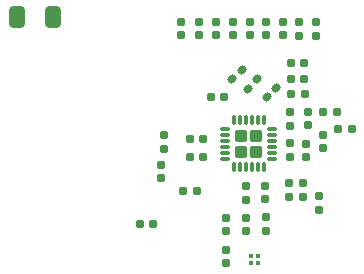
<source format=gtp>
G04 #@! TF.GenerationSoftware,KiCad,Pcbnew,7.0.1*
G04 #@! TF.CreationDate,2023-10-11T19:34:26-05:00*
G04 #@! TF.ProjectId,Tactile_Board,54616374-696c-4655-9f42-6f6172642e6b,1*
G04 #@! TF.SameCoordinates,Original*
G04 #@! TF.FileFunction,Paste,Top*
G04 #@! TF.FilePolarity,Positive*
%FSLAX46Y46*%
G04 Gerber Fmt 4.6, Leading zero omitted, Abs format (unit mm)*
G04 Created by KiCad (PCBNEW 7.0.1) date 2023-10-11 19:34:26*
%MOMM*%
%LPD*%
G01*
G04 APERTURE LIST*
G04 Aperture macros list*
%AMRoundRect*
0 Rectangle with rounded corners*
0 $1 Rounding radius*
0 $2 $3 $4 $5 $6 $7 $8 $9 X,Y pos of 4 corners*
0 Add a 4 corners polygon primitive as box body*
4,1,4,$2,$3,$4,$5,$6,$7,$8,$9,$2,$3,0*
0 Add four circle primitives for the rounded corners*
1,1,$1+$1,$2,$3*
1,1,$1+$1,$4,$5*
1,1,$1+$1,$6,$7*
1,1,$1+$1,$8,$9*
0 Add four rect primitives between the rounded corners*
20,1,$1+$1,$2,$3,$4,$5,0*
20,1,$1+$1,$4,$5,$6,$7,0*
20,1,$1+$1,$6,$7,$8,$9,0*
20,1,$1+$1,$8,$9,$2,$3,0*%
G04 Aperture macros list end*
%ADD10RoundRect,0.155000X-0.212500X-0.155000X0.212500X-0.155000X0.212500X0.155000X-0.212500X0.155000X0*%
%ADD11RoundRect,0.155000X-0.040659X-0.259862X0.259862X0.040659X0.040659X0.259862X-0.259862X-0.040659X0*%
%ADD12RoundRect,0.155000X-0.155000X0.212500X-0.155000X-0.212500X0.155000X-0.212500X0.155000X0.212500X0*%
%ADD13RoundRect,0.155000X0.212500X0.155000X-0.212500X0.155000X-0.212500X-0.155000X0.212500X-0.155000X0*%
%ADD14RoundRect,0.155000X0.155000X-0.212500X0.155000X0.212500X-0.155000X0.212500X-0.155000X-0.212500X0*%
%ADD15RoundRect,0.155000X0.040659X0.259862X-0.259862X-0.040659X-0.040659X-0.259862X0.259862X0.040659X0*%
%ADD16RoundRect,0.250000X0.275000X-0.295000X0.275000X0.295000X-0.275000X0.295000X-0.275000X-0.295000X0*%
%ADD17RoundRect,0.067500X0.067500X-0.332500X0.067500X0.332500X-0.067500X0.332500X-0.067500X-0.332500X0*%
%ADD18RoundRect,0.067500X0.332500X-0.067500X0.332500X0.067500X-0.332500X0.067500X-0.332500X-0.067500X0*%
%ADD19RoundRect,0.250000X0.412500X0.650000X-0.412500X0.650000X-0.412500X-0.650000X0.412500X-0.650000X0*%
%ADD20R,0.400000X0.400000*%
G04 APERTURE END LIST*
D10*
X177383700Y-90823600D03*
X178518700Y-90823600D03*
D11*
X182274317Y-86602083D03*
X183076883Y-85799517D03*
D12*
X180440400Y-100212900D03*
X180440400Y-101347900D03*
D13*
X191066300Y-89960000D03*
X189931300Y-89960000D03*
X187053100Y-85794400D03*
X185918100Y-85794400D03*
D12*
X188009600Y-80959700D03*
X188009600Y-82094700D03*
D10*
X185918100Y-84422800D03*
X187053100Y-84422800D03*
D12*
X185876000Y-88571000D03*
X185876000Y-89706000D03*
X186638000Y-80959700D03*
X186638000Y-82094700D03*
D13*
X189796300Y-88588400D03*
X188661300Y-88588400D03*
D14*
X183768200Y-95937300D03*
X183768200Y-94802300D03*
D12*
X182116800Y-97520500D03*
X182116800Y-98655500D03*
D14*
X188263600Y-96835400D03*
X188263600Y-95700400D03*
X182421600Y-82043900D03*
X182421600Y-80908900D03*
D13*
X187103900Y-87064400D03*
X185968900Y-87064400D03*
D14*
X178103600Y-82035200D03*
X178103600Y-80900200D03*
D13*
X174260200Y-98037200D03*
X173125200Y-98037200D03*
D14*
X174903200Y-94134300D03*
X174903200Y-92999300D03*
D12*
X180999200Y-80908900D03*
X180999200Y-82043900D03*
X187400000Y-88528900D03*
X187400000Y-89663900D03*
X187196800Y-91221300D03*
X187196800Y-92356300D03*
D14*
X176630400Y-82035200D03*
X176630400Y-80900200D03*
D10*
X177383700Y-92398400D03*
X178518700Y-92398400D03*
X179161700Y-87318400D03*
X180296700Y-87318400D03*
D14*
X186942800Y-95709100D03*
X186942800Y-94574100D03*
D12*
X183793200Y-97469700D03*
X183793200Y-98604700D03*
X188619200Y-90459300D03*
X188619200Y-91594300D03*
D15*
X184702483Y-86510717D03*
X183899917Y-87313283D03*
D14*
X182091800Y-95988100D03*
X182091800Y-94853100D03*
X185266400Y-82043900D03*
X185266400Y-80908900D03*
D12*
X185876000Y-91212600D03*
X185876000Y-92347600D03*
D16*
X181710000Y-91920000D03*
X183010000Y-91920000D03*
X181710000Y-90570000D03*
X183010000Y-90570000D03*
D17*
X181110000Y-93220000D03*
X181610000Y-93220000D03*
X182110000Y-93220000D03*
X182610000Y-93220000D03*
X183110000Y-93220000D03*
X183610000Y-93220000D03*
D18*
X184335000Y-92495000D03*
X184335000Y-91995000D03*
X184335000Y-91495000D03*
X184335000Y-90995000D03*
X184335000Y-90495000D03*
X184335000Y-89995000D03*
D17*
X183610000Y-89270000D03*
X183110000Y-89270000D03*
X182610000Y-89270000D03*
X182110000Y-89270000D03*
X181610000Y-89270000D03*
X181110000Y-89270000D03*
D18*
X180385000Y-89995000D03*
X180385000Y-90495000D03*
X180385000Y-90995000D03*
X180385000Y-91495000D03*
X180385000Y-91995000D03*
X180385000Y-92495000D03*
D14*
X179576800Y-82035200D03*
X179576800Y-80900200D03*
X183844000Y-82043900D03*
X183844000Y-80908900D03*
D15*
X181756083Y-84986717D03*
X180953517Y-85789283D03*
D12*
X180440400Y-97520500D03*
X180440400Y-98655500D03*
X175157200Y-90535500D03*
X175157200Y-91670500D03*
D19*
X165817700Y-80511200D03*
X162692700Y-80511200D03*
D14*
X185774400Y-95709100D03*
X185774400Y-94574100D03*
D20*
X183174000Y-100729600D03*
X182574000Y-100729600D03*
X182574000Y-101329600D03*
X183174000Y-101329600D03*
D10*
X176799900Y-95269000D03*
X177934900Y-95269000D03*
M02*

</source>
